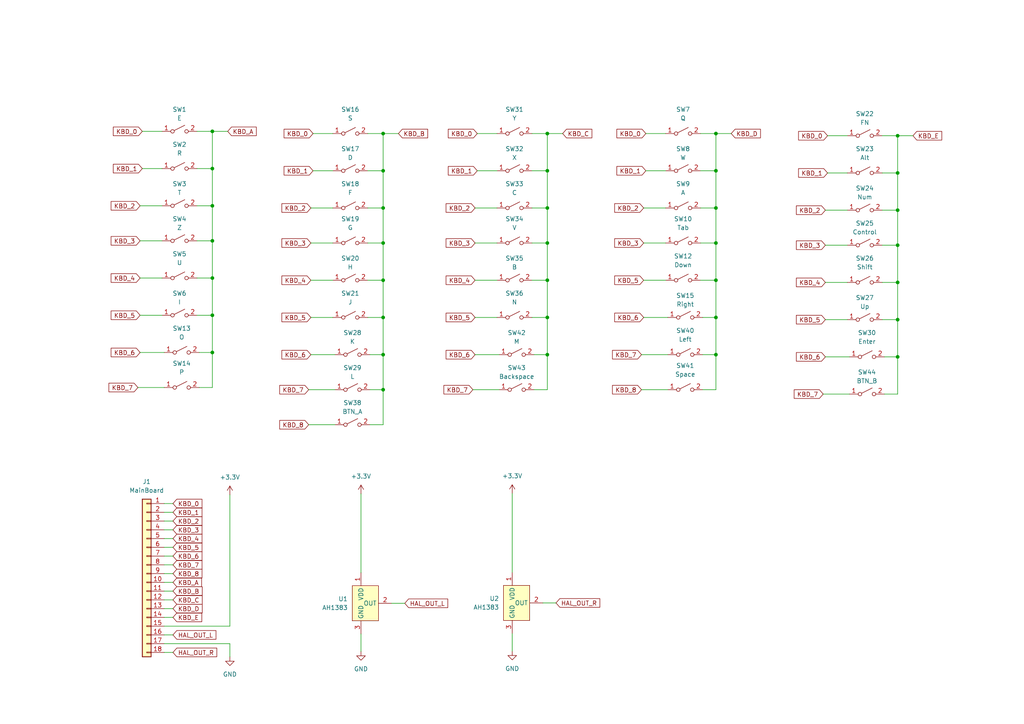
<source format=kicad_sch>
(kicad_sch (version 20211123) (generator eeschema)
  (paper "A4")
  (title_block (title "SDA Trie keyboard board"))
  (lib_symbols
    (symbol "Connector_Generic:Conn_01x18" (pin_names (offset 1.016) hide)
      (property "Reference" "J" (at 0 22.86 0))
      (property "Value" "Conn_01x18" (at 0 -25.4 0))
      (symbol "Conn_01x18_1_1"
        (rectangle (start -1.27 -22.733) (end 0 -22.987) (stroke (width 0.1524)))
        (rectangle (start -1.27 -20.193) (end 0 -20.447) (stroke (width 0.1524)))
        (rectangle (start -1.27 -17.653) (end 0 -17.907) (stroke (width 0.1524)))
        (rectangle (start -1.27 -15.113) (end 0 -15.367) (stroke (width 0.1524)))
        (rectangle (start -1.27 -12.573) (end 0 -12.827) (stroke (width 0.1524)))
        (rectangle (start -1.27 -10.033) (end 0 -10.287) (stroke (width 0.1524)))
        (rectangle (start -1.27 -7.493) (end 0 -7.747) (stroke (width 0.1524)))
        (rectangle (start -1.27 -4.953) (end 0 -5.207) (stroke (width 0.1524)))
        (rectangle (start -1.27 -2.413) (end 0 -2.667) (stroke (width 0.1524)))
        (rectangle (start -1.27 0.127) (end 0 -0.127) (stroke (width 0.1524)))
        (rectangle (start -1.27 2.667) (end 0 2.413) (stroke (width 0.1524)))
        (rectangle (start -1.27 5.207) (end 0 4.953) (stroke (width 0.1524)))
        (rectangle (start -1.27 7.747) (end 0 7.493) (stroke (width 0.1524)))
        (rectangle (start -1.27 10.287) (end 0 10.033) (stroke (width 0.1524)))
        (rectangle (start -1.27 12.827) (end 0 12.573) (stroke (width 0.1524)))
        (rectangle (start -1.27 15.367) (end 0 15.113) (stroke (width 0.1524)))
        (rectangle (start -1.27 17.907) (end 0 17.653) (stroke (width 0.1524)))
        (rectangle (start -1.27 20.447) (end 0 20.193) (stroke (width 0.1524)))
        (rectangle (start -1.27 21.59) (end 1.27 -24.13) (stroke (width 0.254)) (fill (type background)))
        (pin passive line (at -5.08 20.32 0) (length 3.81) (name "Pin_1") (number "1"))
        (pin passive line (at -5.08 -2.54 0) (length 3.81) (name "Pin_10") (number "10"))
        (pin passive line (at -5.08 -5.08 0) (length 3.81) (name "Pin_11") (number "11"))
        (pin passive line (at -5.08 -7.62 0) (length 3.81) (name "Pin_12") (number "12"))
        (pin passive line (at -5.08 -10.16 0) (length 3.81) (name "Pin_13") (number "13"))
        (pin passive line (at -5.08 -12.7 0) (length 3.81) (name "Pin_14") (number "14"))
        (pin passive line (at -5.08 -15.24 0) (length 3.81) (name "Pin_15") (number "15"))
        (pin passive line (at -5.08 -17.78 0) (length 3.81) (name "Pin_16") (number "16"))
        (pin passive line (at -5.08 -20.32 0) (length 3.81) (name "Pin_17") (number "17"))
        (pin passive line (at -5.08 -22.86 0) (length 3.81) (name "Pin_18") (number "18"))
        (pin passive line (at -5.08 17.78 0) (length 3.81) (name "Pin_2") (number "2"))
        (pin passive line (at -5.08 15.24 0) (length 3.81) (name "Pin_3") (number "3"))
        (pin passive line (at -5.08 12.7 0) (length 3.81) (name "Pin_4") (number "4"))
        (pin passive line (at -5.08 10.16 0) (length 3.81) (name "Pin_5") (number "5"))
        (pin passive line (at -5.08 7.62 0) (length 3.81) (name "Pin_6") (number "6"))
        (pin passive line (at -5.08 5.08 0) (length 3.81) (name "Pin_7") (number "7"))
        (pin passive line (at -5.08 2.54 0) (length 3.81) (name "Pin_8") (number "8"))
        (pin passive line (at -5.08 0 0) (length 3.81) (name "Pin_9") (number "9"))
      )
    )
    (symbol "Switch:SW_SPST" (pin_names (offset 0) hide)
      (property "Reference" "SW" (at 0 3.175 0))
      (property "Value" "SW_SPST" (at 0 -2.54 0))
      (symbol "SW_SPST_0_0"
        (circle (center -2.032 0) (radius 0.508))
        (polyline (pts (xy -1.524 0.254) (xy 1.524 1.778)))
        (circle (center 2.032 0) (radius 0.508))
      )
      (symbol "SW_SPST_1_1"
        (pin passive line (at -5.08 0 0) (length 2.54) (name "A") (number "1"))
        (pin passive line (at 5.08 0 180) (length 2.54) (name "B") (number "2"))
      )
    )
    (symbol "power:+3.3V" (power) (pin_names (offset 0))
      (property "Value" "+3.3V" (at 0 3.556 0))
      (symbol "+3.3V_0_1"
        (polyline (pts (xy -0.762 1.27) (xy 0 2.54)))
        (polyline (pts (xy 0 0) (xy 0 2.54)))
        (polyline (pts (xy 0 2.54) (xy 0.762 1.27)))
      )
      (symbol "+3.3V_1_1"
        (pin power_in line (at 0 0 90) (length 0) hide (name "+3.3V") (number "1"))
      )
    )
    (symbol "power:GND" (power) (pin_names (offset 0))
      (property "Value" "GND" (at 0 -3.81 0))
      (symbol "GND_0_1"
        (polyline (pts (xy 0 0) (xy 0 -1.27) (xy 1.27 -1.27) (xy 0 -2.54) (xy -1.27 -1.27) (xy 0 -1.27)))
      )
      (symbol "GND_1_1"
        (pin power_in line (at 0 0 270) (length 0) hide (name "GND") (number "1"))
      )
    )
    (symbol "sda-custom-parts:AH1383"
      (property "Reference" "U" (at 2.54 8.89 0))
      (property "Value" "AH1383" (at 5.08 6.35 0))
      (symbol "AH1383_0_1"
        (rectangle (start -2.54 5.08) (end 5.08 -5.08) (fill (type background)))
      )
      (symbol "AH1383_1_1"
        (pin power_in line (at 0 8.89 270) (length 3.81) (name "VDD") (number "1"))
        (pin output line (at 8.89 0 180) (length 3.81) (name "OUT") (number "2"))
        (pin power_in line (at 0 -8.89 90) (length 3.81) (name "GND") (number "3"))
      )
    )
  )
  (junction (at 260.35 92.71))
  (junction (at 260.35 81.915))
  (junction (at 207.645 81.28))
  (junction (at 158.75 38.735))
  (junction (at 158.75 81.28))
  (junction (at 111.125 102.87))
  (junction (at 61.595 59.69))
  (junction (at 260.35 60.96))
  (junction (at 61.595 38.1))
  (junction (at 61.595 48.895))
  (junction (at 111.125 70.485))
  (junction (at 111.125 92.075))
  (junction (at 260.35 50.165))
  (junction (at 158.75 102.87))
  (junction (at 207.645 49.53))
  (junction (at 158.75 70.485))
  (junction (at 207.645 70.485))
  (junction (at 61.595 80.645))
  (junction (at 260.35 71.12))
  (junction (at 207.645 38.735))
  (junction (at 61.595 69.85))
  (junction (at 61.595 102.235))
  (junction (at 111.125 38.735))
  (junction (at 111.125 49.53))
  (junction (at 260.35 103.505))
  (junction (at 158.75 49.53))
  (junction (at 111.125 60.325))
  (junction (at 260.35 39.37))
  (junction (at 158.75 92.075))
  (junction (at 111.125 81.28))
  (junction (at 207.645 92.075))
  (junction (at 158.75 60.325))
  (junction (at 61.595 91.44))
  (junction (at 111.125 113.03))
  (junction (at 207.645 60.325))
  (junction (at 207.645 102.87))
  (wire (pts (xy 90.17 81.28) (xy 96.52 81.28)))
  (wire (pts (xy 260.35 103.505) (xy 260.35 114.3)))
  (wire (pts (xy 186.69 60.325) (xy 193.04 60.325)))
  (wire (pts (xy 239.395 60.96) (xy 245.745 60.96)))
  (wire (pts (xy 90.805 49.53) (xy 96.52 49.53)))
  (wire (pts (xy 47.625 189.23) (xy 50.165 189.23)))
  (wire (pts (xy 260.35 92.71) (xy 260.35 103.505)))
  (wire (pts (xy 57.785 102.235) (xy 61.595 102.235)))
  (wire (pts (xy 158.75 102.87) (xy 158.75 113.03)))
  (wire (pts (xy 255.905 60.96) (xy 260.35 60.96)))
  (wire (pts (xy 203.835 113.03) (xy 207.645 113.03)))
  (wire (pts (xy 111.125 113.03) (xy 111.125 123.19)))
  (wire (pts (xy 154.94 102.87) (xy 158.75 102.87)))
  (wire (pts (xy 90.17 70.485) (xy 96.52 70.485)))
  (wire (pts (xy 57.15 80.645) (xy 61.595 80.645)))
  (wire (pts (xy 255.905 71.12) (xy 260.35 71.12)))
  (wire (pts (xy 90.805 38.735) (xy 96.52 38.735)))
  (wire (pts (xy 260.35 92.71) (xy 260.35 81.915)))
  (wire (pts (xy 207.645 81.28) (xy 207.645 92.075)))
  (wire (pts (xy 260.35 39.37) (xy 264.795 39.37)))
  (wire (pts (xy 57.15 69.85) (xy 61.595 69.85)))
  (wire (pts (xy 207.645 70.485) (xy 207.645 60.325)))
  (wire (pts (xy 207.645 60.325) (xy 207.645 49.53)))
  (wire (pts (xy 158.75 92.075) (xy 158.75 102.87)))
  (wire (pts (xy 154.305 49.53) (xy 158.75 49.53)))
  (wire (pts (xy 186.69 81.28) (xy 193.04 81.28)))
  (wire (pts (xy 66.675 181.61) (xy 66.675 143.51)))
  (wire (pts (xy 90.17 102.87) (xy 97.155 102.87)))
  (wire (pts (xy 207.645 70.485) (xy 207.645 81.28)))
  (wire (pts (xy 47.625 179.07) (xy 50.165 179.07)))
  (wire (pts (xy 154.305 81.28) (xy 158.75 81.28)))
  (wire (pts (xy 238.76 114.3) (xy 246.38 114.3)))
  (wire (pts (xy 158.75 92.075) (xy 158.75 81.28)))
  (wire (pts (xy 255.905 50.165) (xy 260.35 50.165)))
  (wire (pts (xy 111.125 60.325) (xy 111.125 49.53)))
  (wire (pts (xy 137.795 70.485) (xy 144.145 70.485)))
  (wire (pts (xy 186.055 113.03) (xy 193.675 113.03)))
  (wire (pts (xy 203.2 49.53) (xy 207.645 49.53)))
  (wire (pts (xy 40.64 59.69) (xy 46.99 59.69)))
  (wire (pts (xy 61.595 91.44) (xy 61.595 102.235)))
  (wire (pts (xy 186.69 70.485) (xy 193.04 70.485)))
  (wire (pts (xy 50.165 148.59) (xy 47.625 148.59)))
  (wire (pts (xy 47.625 168.91) (xy 50.165 168.91)))
  (wire (pts (xy 50.165 156.21) (xy 47.625 156.21)))
  (wire (pts (xy 186.055 102.87) (xy 193.675 102.87)))
  (wire (pts (xy 61.595 102.235) (xy 61.595 112.395)))
  (wire (pts (xy 107.315 123.19) (xy 111.125 123.19)))
  (wire (pts (xy 106.68 38.735) (xy 111.125 38.735)))
  (wire (pts (xy 240.03 50.165) (xy 245.745 50.165)))
  (wire (pts (xy 40.64 91.44) (xy 46.99 91.44)))
  (wire (pts (xy 187.325 49.53) (xy 193.04 49.53)))
  (wire (pts (xy 111.125 70.485) (xy 111.125 60.325)))
  (wire (pts (xy 260.35 71.12) (xy 260.35 60.96)))
  (wire (pts (xy 111.125 92.075) (xy 111.125 81.28)))
  (wire (pts (xy 47.625 184.15) (xy 50.165 184.15)))
  (wire (pts (xy 107.315 102.87) (xy 111.125 102.87)))
  (wire (pts (xy 57.785 112.395) (xy 61.595 112.395)))
  (wire (pts (xy 137.795 81.28) (xy 144.145 81.28)))
  (wire (pts (xy 154.305 92.075) (xy 158.75 92.075)))
  (wire (pts (xy 61.595 80.645) (xy 61.595 69.85)))
  (wire (pts (xy 111.125 81.28) (xy 111.125 70.485)))
  (wire (pts (xy 239.395 71.12) (xy 245.745 71.12)))
  (wire (pts (xy 154.305 60.325) (xy 158.75 60.325)))
  (wire (pts (xy 137.795 60.325) (xy 144.145 60.325)))
  (wire (pts (xy 61.595 59.69) (xy 61.595 48.895)))
  (wire (pts (xy 137.795 92.075) (xy 144.145 92.075)))
  (wire (pts (xy 239.395 103.505) (xy 246.38 103.505)))
  (wire (pts (xy 203.835 92.075) (xy 207.645 92.075)))
  (wire (pts (xy 50.165 161.29) (xy 47.625 161.29)))
  (wire (pts (xy 154.305 38.735) (xy 158.75 38.735)))
  (wire (pts (xy 40.64 69.85) (xy 46.99 69.85)))
  (wire (pts (xy 203.2 70.485) (xy 207.645 70.485)))
  (wire (pts (xy 57.15 48.895) (xy 61.595 48.895)))
  (wire (pts (xy 61.595 48.895) (xy 61.595 38.1)))
  (wire (pts (xy 157.4546 174.879) (xy 161.2646 174.879)))
  (wire (pts (xy 40.64 102.235) (xy 47.625 102.235)))
  (wire (pts (xy 106.68 60.325) (xy 111.125 60.325)))
  (wire (pts (xy 47.625 166.37) (xy 50.165 166.37)))
  (wire (pts (xy 90.17 92.075) (xy 96.52 92.075)))
  (wire (pts (xy 207.645 102.87) (xy 207.645 113.03)))
  (wire (pts (xy 256.54 103.505) (xy 260.35 103.505)))
  (wire (pts (xy 111.125 92.075) (xy 111.125 102.87)))
  (wire (pts (xy 57.15 91.44) (xy 61.595 91.44)))
  (wire (pts (xy 138.43 49.53) (xy 144.145 49.53)))
  (wire (pts (xy 104.6988 183.8706) (xy 104.6988 188.9506)))
  (wire (pts (xy 203.835 102.87) (xy 207.645 102.87)))
  (wire (pts (xy 260.35 81.915) (xy 260.35 71.12)))
  (wire (pts (xy 41.275 48.895) (xy 46.99 48.895)))
  (wire (pts (xy 50.165 153.67) (xy 47.625 153.67)))
  (wire (pts (xy 255.905 81.915) (xy 260.35 81.915)))
  (wire (pts (xy 158.75 70.485) (xy 158.75 60.325)))
  (wire (pts (xy 158.75 81.28) (xy 158.75 70.485)))
  (wire (pts (xy 154.94 113.03) (xy 158.75 113.03)))
  (wire (pts (xy 203.2 81.28) (xy 207.645 81.28)))
  (wire (pts (xy 47.625 186.69) (xy 66.675 186.69)))
  (wire (pts (xy 89.535 123.19) (xy 97.155 123.19)))
  (wire (pts (xy 61.595 38.1) (xy 66.04 38.1)))
  (wire (pts (xy 203.2 60.325) (xy 207.645 60.325)))
  (wire (pts (xy 47.625 173.99) (xy 50.165 173.99)))
  (wire (pts (xy 47.625 171.45) (xy 50.165 171.45)))
  (wire (pts (xy 137.795 102.87) (xy 144.78 102.87)))
  (wire (pts (xy 239.395 81.915) (xy 245.745 81.915)))
  (wire (pts (xy 47.625 181.61) (xy 66.675 181.61)))
  (wire (pts (xy 40.64 80.645) (xy 46.99 80.645)))
  (wire (pts (xy 40.005 112.395) (xy 47.625 112.395)))
  (wire (pts (xy 47.625 176.53) (xy 50.165 176.53)))
  (wire (pts (xy 148.5646 143.129) (xy 148.5646 165.989)))
  (wire (pts (xy 255.905 39.37) (xy 260.35 39.37)))
  (wire (pts (xy 111.125 49.53) (xy 111.125 38.735)))
  (wire (pts (xy 41.275 38.1) (xy 46.99 38.1)))
  (wire (pts (xy 61.595 69.85) (xy 61.595 59.69)))
  (wire (pts (xy 111.125 38.735) (xy 115.57 38.735)))
  (wire (pts (xy 137.16 113.03) (xy 144.78 113.03)))
  (wire (pts (xy 186.69 92.075) (xy 193.675 92.075)))
  (wire (pts (xy 57.15 59.69) (xy 61.595 59.69)))
  (wire (pts (xy 187.325 38.735) (xy 193.04 38.735)))
  (wire (pts (xy 113.5888 174.9806) (xy 117.3988 174.9806)))
  (wire (pts (xy 61.595 91.44) (xy 61.595 80.645)))
  (wire (pts (xy 158.75 60.325) (xy 158.75 49.53)))
  (wire (pts (xy 255.905 92.71) (xy 260.35 92.71)))
  (wire (pts (xy 256.54 114.3) (xy 260.35 114.3)))
  (wire (pts (xy 106.68 92.075) (xy 111.125 92.075)))
  (wire (pts (xy 148.5646 183.769) (xy 148.5646 188.849)))
  (wire (pts (xy 207.645 92.075) (xy 207.645 102.87)))
  (wire (pts (xy 260.35 60.96) (xy 260.35 50.165)))
  (wire (pts (xy 50.165 146.05) (xy 47.625 146.05)))
  (wire (pts (xy 111.125 102.87) (xy 111.125 113.03)))
  (wire (pts (xy 90.17 60.325) (xy 96.52 60.325)))
  (wire (pts (xy 158.75 49.53) (xy 158.75 38.735)))
  (wire (pts (xy 138.43 38.735) (xy 144.145 38.735)))
  (wire (pts (xy 203.2 38.735) (xy 207.645 38.735)))
  (wire (pts (xy 158.75 38.735) (xy 163.195 38.735)))
  (wire (pts (xy 106.68 70.485) (xy 111.125 70.485)))
  (wire (pts (xy 154.305 70.485) (xy 158.75 70.485)))
  (wire (pts (xy 240.03 39.37) (xy 245.745 39.37)))
  (wire (pts (xy 104.6988 143.2306) (xy 104.6988 166.0906)))
  (wire (pts (xy 50.165 151.13) (xy 47.625 151.13)))
  (wire (pts (xy 207.645 38.735) (xy 212.09 38.735)))
  (wire (pts (xy 66.675 186.69) (xy 66.675 190.5)))
  (wire (pts (xy 239.395 92.71) (xy 245.745 92.71)))
  (wire (pts (xy 89.535 113.03) (xy 97.155 113.03)))
  (wire (pts (xy 107.315 113.03) (xy 111.125 113.03)))
  (wire (pts (xy 260.35 50.165) (xy 260.35 39.37)))
  (wire (pts (xy 207.645 49.53) (xy 207.645 38.735)))
  (wire (pts (xy 50.165 158.75) (xy 47.625 158.75)))
  (wire (pts (xy 50.165 163.83) (xy 47.625 163.83)))
  (wire (pts (xy 106.68 81.28) (xy 111.125 81.28)))
  (wire (pts (xy 106.68 49.53) (xy 111.125 49.53)))
  (wire (pts (xy 57.15 38.1) (xy 61.595 38.1)))
  (global_label "KBD_7" (shape input) (at 186.055 102.87 180) (property "Reference mezi listy" "${INTERSHEET_REFS}" (effects hide)))
  (global_label "KBD_6" (shape input) (at 40.64 102.235 180) (property "Reference mezi listy" "${INTERSHEET_REFS}" (effects hide)))
  (global_label "KBD_8" (shape input) (at 186.055 113.03 180) (property "Reference mezi listy" "${INTERSHEET_REFS}" (effects hide)))
  (global_label "HAL_OUT_L" (shape input) (at 117.3988 174.9806 0) (property "Reference mezi listy" "${INTERSHEET_REFS}" (effects hide)))
  (global_label "KBD_2" (shape input) (at 40.64 59.69 180) (property "Reference mezi listy" "${INTERSHEET_REFS}" (effects hide)))
  (global_label "KBD_6" (shape input) (at 90.17 102.87 180) (property "Reference mezi listy" "${INTERSHEET_REFS}" (effects hide)))
  (global_label "KBD_7" (shape input) (at 50.165 163.83 0) (property "Reference mezi listy" "${INTERSHEET_REFS}" (effects hide)))
  (global_label "KBD_8" (shape input) (at 89.535 123.19 180) (property "Reference mezi listy" "${INTERSHEET_REFS}" (effects hide)))
  (global_label "KBD_E" (shape input) (at 50.165 179.07 0) (property "Reference mezi listy" "${INTERSHEET_REFS}" (effects hide)))
  (global_label "KBD_5" (shape input) (at 239.395 92.71 180) (property "Reference mezi listy" "${INTERSHEET_REFS}" (effects hide)))
  (global_label "KBD_A" (shape input) (at 50.165 168.91 0) (property "Reference mezi listy" "${INTERSHEET_REFS}" (effects hide)))
  (global_label "KBD_1" (shape input) (at 50.165 148.59 0) (property "Reference mezi listy" "${INTERSHEET_REFS}" (effects hide)))
  (global_label "KBD_0" (shape input) (at 187.325 38.735 180) (property "Reference mezi listy" "${INTERSHEET_REFS}" (effects hide)))
  (global_label "KBD_5" (shape input) (at 90.17 92.075 180) (property "Reference mezi listy" "${INTERSHEET_REFS}" (effects hide)))
  (global_label "KBD_5" (shape input) (at 50.165 158.75 0) (property "Reference mezi listy" "${INTERSHEET_REFS}" (effects hide)))
  (global_label "KBD_2" (shape input) (at 239.395 60.96 180) (property "Reference mezi listy" "${INTERSHEET_REFS}" (effects hide)))
  (global_label "KBD_4" (shape input) (at 90.17 81.28 180) (property "Reference mezi listy" "${INTERSHEET_REFS}" (effects hide)))
  (global_label "KBD_6" (shape input) (at 186.69 92.075 180) (property "Reference mezi listy" "${INTERSHEET_REFS}" (effects hide)))
  (global_label "KBD_7" (shape input) (at 137.16 113.03 180) (property "Reference mezi listy" "${INTERSHEET_REFS}" (effects hide)))
  (global_label "KBD_6" (shape input) (at 137.795 102.87 180) (property "Reference mezi listy" "${INTERSHEET_REFS}" (effects hide)))
  (global_label "KBD_A" (shape input) (at 66.04 38.1 0) (property "Reference mezi listy" "${INTERSHEET_REFS}" (effects hide)))
  (global_label "KBD_6" (shape input) (at 239.395 103.505 180) (property "Reference mezi listy" "${INTERSHEET_REFS}" (effects hide)))
  (global_label "KBD_8" (shape input) (at 50.165 166.37 0) (property "Reference mezi listy" "${INTERSHEET_REFS}" (effects hide)))
  (global_label "KBD_1" (shape input) (at 138.43 49.53 180) (property "Reference mezi listy" "${INTERSHEET_REFS}" (effects hide)))
  (global_label "KBD_1" (shape input) (at 90.805 49.53 180) (property "Reference mezi listy" "${INTERSHEET_REFS}" (effects hide)))
  (global_label "KBD_1" (shape input) (at 41.275 48.895 180) (property "Reference mezi listy" "${INTERSHEET_REFS}" (effects hide)))
  (global_label "KBD_B" (shape input) (at 115.57 38.735 0) (property "Reference mezi listy" "${INTERSHEET_REFS}" (effects hide)))
  (global_label "HAL_OUT_L" (shape input) (at 50.165 184.15 0) (property "Reference mezi listy" "${INTERSHEET_REFS}" (effects hide)))
  (global_label "KBD_6" (shape input) (at 50.165 161.29 0) (property "Reference mezi listy" "${INTERSHEET_REFS}" (effects hide)))
  (global_label "KBD_C" (shape input) (at 163.195 38.735 0) (property "Reference mezi listy" "${INTERSHEET_REFS}" (effects hide)))
  (global_label "KBD_2" (shape input) (at 186.69 60.325 180) (property "Reference mezi listy" "${INTERSHEET_REFS}" (effects hide)))
  (global_label "KBD_7" (shape input) (at 40.005 112.395 180) (property "Reference mezi listy" "${INTERSHEET_REFS}" (effects hide)))
  (global_label "KBD_0" (shape input) (at 240.03 39.37 180) (property "Reference mezi listy" "${INTERSHEET_REFS}" (effects hide)))
  (global_label "KBD_7" (shape input) (at 238.76 114.3 180) (property "Reference mezi listy" "${INTERSHEET_REFS}" (effects hide)))
  (global_label "KBD_2" (shape input) (at 50.165 151.13 0) (property "Reference mezi listy" "${INTERSHEET_REFS}" (effects hide)))
  (global_label "KBD_C" (shape input) (at 50.165 173.99 0) (property "Reference mezi listy" "${INTERSHEET_REFS}" (effects hide)))
  (global_label "KBD_B" (shape input) (at 50.165 171.45 0) (property "Reference mezi listy" "${INTERSHEET_REFS}" (effects hide)))
  (global_label "KBD_1" (shape input) (at 187.325 49.53 180) (property "Reference mezi listy" "${INTERSHEET_REFS}" (effects hide)))
  (global_label "KBD_3" (shape input) (at 50.165 153.67 0) (property "Reference mezi listy" "${INTERSHEET_REFS}" (effects hide)))
  (global_label "KBD_3" (shape input) (at 137.795 70.485 180) (property "Reference mezi listy" "${INTERSHEET_REFS}" (effects hide)))
  (global_label "KBD_4" (shape input) (at 239.395 81.915 180) (property "Reference mezi listy" "${INTERSHEET_REFS}" (effects hide)))
  (global_label "KBD_4" (shape input) (at 40.64 80.645 180) (property "Reference mezi listy" "${INTERSHEET_REFS}" (effects hide)))
  (global_label "KBD_D" (shape input) (at 212.09 38.735 0) (property "Reference mezi listy" "${INTERSHEET_REFS}" (effects hide)))
  (global_label "KBD_7" (shape input) (at 89.535 113.03 180) (property "Reference mezi listy" "${INTERSHEET_REFS}" (effects hide)))
  (global_label "KBD_4" (shape input) (at 50.165 156.21 0) (property "Reference mezi listy" "${INTERSHEET_REFS}" (effects hide)))
  (global_label "KBD_4" (shape input) (at 137.795 81.28 180) (property "Reference mezi listy" "${INTERSHEET_REFS}" (effects hide)))
  (global_label "KBD_0" (shape input) (at 90.805 38.735 180) (property "Reference mezi listy" "${INTERSHEET_REFS}" (effects hide)))
  (global_label "KBD_2" (shape input) (at 90.17 60.325 180) (property "Reference mezi listy" "${INTERSHEET_REFS}" (effects hide)))
  (global_label "KBD_0" (shape input) (at 50.165 146.05 0) (property "Reference mezi listy" "${INTERSHEET_REFS}" (effects hide)))
  (global_label "KBD_1" (shape input) (at 240.03 50.165 180) (property "Reference mezi listy" "${INTERSHEET_REFS}" (effects hide)))
  (global_label "KBD_0" (shape input) (at 138.43 38.735 180) (property "Reference mezi listy" "${INTERSHEET_REFS}" (effects hide)))
  (global_label "KBD_0" (shape input) (at 41.275 38.1 180) (property "Reference mezi listy" "${INTERSHEET_REFS}" (effects hide)))
  (global_label "KBD_5" (shape input) (at 40.64 91.44 180) (property "Reference mezi listy" "${INTERSHEET_REFS}" (effects hide)))
  (global_label "KBD_3" (shape input) (at 239.395 71.12 180) (property "Reference mezi listy" "${INTERSHEET_REFS}" (effects hide)))
  (global_label "KBD_5" (shape input) (at 186.69 81.28 180) (property "Reference mezi listy" "${INTERSHEET_REFS}" (effects hide)))
  (global_label "KBD_E" (shape input) (at 264.795 39.37 0) (property "Reference mezi listy" "${INTERSHEET_REFS}" (effects hide)))
  (global_label "KBD_3" (shape input) (at 186.69 70.485 180) (property "Reference mezi listy" "${INTERSHEET_REFS}" (effects hide)))
  (global_label "KBD_3" (shape input) (at 90.17 70.485 180) (property "Reference mezi listy" "${INTERSHEET_REFS}" (effects hide)))
  (global_label "KBD_D" (shape input) (at 50.165 176.53 0) (property "Reference mezi listy" "${INTERSHEET_REFS}" (effects hide)))
  (global_label "KBD_2" (shape input) (at 137.795 60.325 180) (property "Reference mezi listy" "${INTERSHEET_REFS}" (effects hide)))
  (global_label "KBD_3" (shape input) (at 40.64 69.85 180) (property "Reference mezi listy" "${INTERSHEET_REFS}" (effects hide)))
  (global_label "HAL_OUT_R" (shape input) (at 161.2646 174.879 0) (property "Reference mezi listy" "${INTERSHEET_REFS}" (effects hide)))
  (global_label "KBD_5" (shape input) (at 137.795 92.075 180) (property "Reference mezi listy" "${INTERSHEET_REFS}" (effects hide)))
  (global_label "HAL_OUT_R" (shape input) (at 50.165 189.23 0) (property "Reference mezi listy" "${INTERSHEET_REFS}" (effects hide)))
  (symbol (lib_id "sda-custom-parts:AH1383") (at 148.5646 174.879 0) (unit 1)
    (property "Reference" "U2" (at 144.7546 173.6089 0) (effects (justify right)))
    (property "Value" "AH1383" (at 144.7546 176.1489 0) (effects (justify right)))
    (property "Footprint" "Package_TO_SOT_SMD:SOT-23" (effects hide))
  )
  (symbol (lib_id "Switch:SW_SPST") (at 250.825 81.915 0) (unit 1)
    (property "Reference" "SW26" (at 250.825 74.93 0))
    (property "Value" "Shift" (at 250.825 77.47 0))
    (property "Footprint" "sda-tact:TACT_4MM" (effects hide))
  )
  (symbol (lib_id "Switch:SW_SPST") (at 198.12 70.485 0) (unit 1)
    (property "Reference" "SW10" (at 198.12 63.5 0))
    (property "Value" "Tab" (at 198.12 66.04 0))
    (property "Footprint" "sda-tact:TACT_4MM" (effects hide))
  )
  (symbol (lib_id "Switch:SW_SPST") (at 198.755 92.075 0) (unit 1)
    (property "Reference" "SW15" (at 198.755 85.725 0))
    (property "Value" "Right" (at 198.755 88.265 0))
    (property "Footprint" "sda-tact:TACT_4MM" (effects hide))
  )
  (symbol (lib_id "Switch:SW_SPST") (at 52.705 102.235 0) (unit 1)
    (property "Reference" "SW13" (at 52.705 95.25 0))
    (property "Value" "O" (at 52.705 97.79 0))
    (property "Footprint" "sda-tact:TACT_4MM" (effects hide))
  )
  (symbol (lib_id "Switch:SW_SPST") (at 101.6 70.485 0) (unit 1)
    (property "Reference" "SW19" (at 101.6 63.5 0))
    (property "Value" "G" (at 101.6 66.04 0))
    (property "Footprint" "sda-tact:TACT_4MM" (effects hide))
  )
  (symbol (lib_id "Switch:SW_SPST") (at 102.235 113.03 0) (unit 1)
    (property "Reference" "SW29" (at 102.235 106.68 0))
    (property "Value" "L" (at 102.235 109.22 0))
    (property "Footprint" "sda-tact:TACT_4MM" (effects hide))
  )
  (symbol (lib_id "Switch:SW_SPST") (at 250.825 60.96 0) (unit 1)
    (property "Reference" "SW24" (at 250.825 54.61 0))
    (property "Value" "Num" (at 250.825 57.15 0))
    (property "Footprint" "sda-tact:TACT_4MM" (effects hide))
  )
  (symbol (lib_id "Switch:SW_SPST") (at 149.225 92.075 0) (unit 1)
    (property "Reference" "SW36" (at 149.225 85.09 0))
    (property "Value" "N" (at 149.225 87.63 0))
    (property "Footprint" "sda-tact:TACT_4MM" (effects hide))
  )
  (symbol (lib_id "Switch:SW_SPST") (at 149.225 38.735 0) (unit 1)
    (property "Reference" "SW31" (at 149.225 31.75 0))
    (property "Value" "Y" (at 149.225 34.29 0))
    (property "Footprint" "sda-tact:TACT_4MM" (effects hide))
  )
  (symbol (lib_id "Switch:SW_SPST") (at 251.46 103.505 0) (unit 1)
    (property "Reference" "SW30" (at 251.46 96.52 0))
    (property "Value" "Enter" (at 251.46 99.06 0))
    (property "Footprint" "sda-tact:TACT_4MM" (effects hide))
  )
  (symbol (lib_id "Switch:SW_SPST") (at 102.235 123.19 0) (unit 1)
    (property "Reference" "SW38" (at 102.235 116.84 0))
    (property "Value" "BTN_A" (at 102.235 119.38 0))
    (property "Footprint" "sda-tact:TACT_4MM" (effects hide))
  )
  (symbol (lib_id "Switch:SW_SPST") (at 52.705 112.395 0) (unit 1)
    (property "Reference" "SW14" (at 52.705 105.41 0))
    (property "Value" "P" (at 52.705 107.95 0))
    (property "Footprint" "sda-tact:TACT_4MM" (effects hide))
  )
  (symbol (lib_id "Switch:SW_SPST") (at 198.755 102.87 0) (unit 1)
    (property "Reference" "SW40" (at 198.755 95.885 0))
    (property "Value" "Left" (at 198.755 98.425 0))
    (property "Footprint" "sda-tact:TACT_4MM" (effects hide))
  )
  (symbol (lib_id "Switch:SW_SPST") (at 149.225 49.53 0) (unit 1)
    (property "Reference" "SW32" (at 149.225 43.18 0))
    (property "Value" "X" (at 149.225 45.72 0))
    (property "Footprint" "sda-tact:TACT_4MM" (effects hide))
  )
  (symbol (lib_id "Switch:SW_SPST") (at 102.235 102.87 0) (unit 1)
    (property "Reference" "SW28" (at 102.235 96.52 0))
    (property "Value" "K" (at 102.235 99.06 0))
    (property "Footprint" "sda-tact:TACT_4MM" (effects hide))
  )
  (symbol (lib_id "Switch:SW_SPST") (at 52.07 69.85 0) (unit 1)
    (property "Reference" "SW4" (at 52.07 63.5 0))
    (property "Value" "Z" (at 52.07 66.04 0))
    (property "Footprint" "sda-tact:TACT_4MM" (effects hide))
  )
  (symbol (lib_id "Switch:SW_SPST") (at 198.12 49.53 0) (unit 1)
    (property "Reference" "SW8" (at 198.12 43.18 0))
    (property "Value" "W" (at 198.12 45.72 0))
    (property "Footprint" "sda-tact:TACT_4MM" (effects hide))
  )
  (symbol (lib_id "power:+3.3V") (at 104.6988 143.2306 0) (unit 1)
    (property "Reference" "#PWR03" (effects hide))
    (property "Value" "+3.3V" (at 104.6988 138.1506 0))
  )
  (symbol (lib_id "Switch:SW_SPST") (at 149.225 70.485 0) (unit 1)
    (property "Reference" "SW34" (at 149.225 63.5 0))
    (property "Value" "V" (at 149.225 66.04 0))
    (property "Footprint" "sda-tact:TACT_4MM" (effects hide))
  )
  (symbol (lib_id "Switch:SW_SPST") (at 250.825 92.71 0) (unit 1)
    (property "Reference" "SW27" (at 250.825 86.36 0))
    (property "Value" "Up" (at 250.825 88.9 0))
    (property "Footprint" "sda-tact:TACT_4MM" (effects hide))
  )
  (symbol (lib_id "power:GND") (at 66.675 190.5 0) (unit 1)
    (property "Reference" "#PWR02" (effects hide))
    (property "Value" "GND" (at 66.675 195.58 0))
  )
  (symbol (lib_id "power:+3.3V") (at 148.5646 143.129 0) (unit 1)
    (property "Reference" "#PWR05" (effects hide))
    (property "Value" "+3.3V" (at 148.5646 138.049 0))
  )
  (symbol (lib_id "Switch:SW_SPST") (at 101.6 92.075 0) (unit 1)
    (property "Reference" "SW21" (at 101.6 85.09 0))
    (property "Value" "J" (at 101.6 87.63 0))
    (property "Footprint" "sda-tact:TACT_4MM" (effects hide))
  )
  (symbol (lib_id "Switch:SW_SPST") (at 251.46 114.3 0) (unit 1)
    (property "Reference" "SW44" (at 251.46 107.95 0))
    (property "Value" "BTN_B" (at 251.46 110.49 0))
    (property "Footprint" "sda-tact:TACT_4MM" (effects hide))
  )
  (symbol (lib_id "Switch:SW_SPST") (at 52.07 91.44 0) (unit 1)
    (property "Reference" "SW6" (at 52.07 85.09 0))
    (property "Value" "I" (at 52.07 87.63 0))
    (property "Footprint" "sda-tact:TACT_4MM" (effects hide))
  )
  (symbol (lib_id "Switch:SW_SPST") (at 149.225 81.28 0) (unit 1)
    (property "Reference" "SW35" (at 149.225 74.93 0))
    (property "Value" "B" (at 149.225 77.47 0))
    (property "Footprint" "sda-tact:TACT_4MM" (effects hide))
  )
  (symbol (lib_id "Switch:SW_SPST") (at 52.07 80.645 0) (unit 1)
    (property "Reference" "SW5" (at 52.07 73.66 0))
    (property "Value" "U" (at 52.07 76.2 0))
    (property "Footprint" "sda-tact:TACT_4MM" (effects hide))
  )
  (symbol (lib_id "Switch:SW_SPST") (at 149.225 60.325 0) (unit 1)
    (property "Reference" "SW33" (at 149.225 53.34 0))
    (property "Value" "C" (at 149.225 55.88 0))
    (property "Footprint" "sda-tact:TACT_4MM" (effects hide))
  )
  (symbol (lib_id "Switch:SW_SPST") (at 101.6 49.53 0) (unit 1)
    (property "Reference" "SW17" (at 101.6 43.18 0))
    (property "Value" "D" (at 101.6 45.72 0))
    (property "Footprint" "sda-tact:TACT_4MM" (effects hide))
  )
  (symbol (lib_id "power:GND") (at 148.5646 188.849 0) (unit 1)
    (property "Reference" "#PWR06" (effects hide))
    (property "Value" "GND" (at 148.5646 193.929 0))
  )
  (symbol (lib_id "Switch:SW_SPST") (at 52.07 59.69 0) (unit 1)
    (property "Reference" "SW3" (at 52.07 53.34 0))
    (property "Value" "T" (at 52.07 55.88 0))
    (property "Footprint" "sda-tact:TACT_4MM" (effects hide))
  )
  (symbol (lib_id "Switch:SW_SPST") (at 250.825 50.165 0) (unit 1)
    (property "Reference" "SW23" (at 250.825 43.18 0))
    (property "Value" "Alt" (at 250.825 45.72 0))
    (property "Footprint" "sda-tact:TACT_4MM" (effects hide))
  )
  (symbol (lib_id "Switch:SW_SPST") (at 250.825 39.37 0) (unit 1)
    (property "Reference" "SW22" (at 250.825 33.02 0))
    (property "Value" "FN" (at 250.825 35.56 0))
    (property "Footprint" "sda-tact:TACT_4MM" (effects hide))
  )
  (symbol (lib_id "Switch:SW_SPST") (at 149.86 113.03 0) (unit 1)
    (property "Reference" "SW43" (at 149.86 106.68 0))
    (property "Value" "Backspace" (at 149.86 109.22 0))
    (property "Footprint" "sda-tact:TACT_4MM" (effects hide))
  )
  (symbol (lib_id "Switch:SW_SPST") (at 52.07 38.1 0) (unit 1)
    (property "Reference" "SW1" (at 52.07 31.75 0))
    (property "Value" "E" (at 52.07 34.29 0))
    (property "Footprint" "sda-tact:TACT_4MM" (effects hide))
  )
  (symbol (lib_id "Switch:SW_SPST") (at 149.86 102.87 0) (unit 1)
    (property "Reference" "SW42" (at 149.86 96.52 0))
    (property "Value" "M" (at 149.86 99.06 0))
    (property "Footprint" "sda-tact:TACT_4MM" (effects hide))
  )
  (symbol (lib_id "power:GND") (at 104.6988 188.9506 0) (unit 1)
    (property "Reference" "#PWR04" (effects hide))
    (property "Value" "GND" (at 104.6988 194.0306 0))
  )
  (symbol (lib_id "Switch:SW_SPST") (at 198.12 38.735 0) (unit 1)
    (property "Reference" "SW7" (at 198.12 31.75 0))
    (property "Value" "Q" (at 198.12 34.29 0))
    (property "Footprint" "sda-tact:TACT_4MM" (effects hide))
  )
  (symbol (lib_id "power:+3.3V") (at 66.675 143.51 0) (unit 1)
    (property "Reference" "#PWR01" (effects hide))
    (property "Value" "+3.3V" (at 66.675 138.43 0))
  )
  (symbol (lib_id "Switch:SW_SPST") (at 101.6 81.28 0) (unit 1)
    (property "Reference" "SW20" (at 101.6 74.93 0))
    (property "Value" "H" (at 101.6 77.47 0))
    (property "Footprint" "sda-tact:TACT_4MM" (effects hide))
  )
  (symbol (lib_id "Switch:SW_SPST") (at 101.6 60.325 0) (unit 1)
    (property "Reference" "SW18" (at 101.6 53.34 0))
    (property "Value" "F" (at 101.6 55.88 0))
    (property "Footprint" "sda-tact:TACT_4MM" (effects hide))
  )
  (symbol (lib_id "Connector_Generic:Conn_01x18") (at 42.545 166.37 0) (mirror y) (unit 1)
    (property "Reference" "J1" (at 42.545 139.7 0))
    (property "Value" "MainBoard" (at 42.545 142.24 0))
    (property "Footprint" "Connector_FFC-FPC:TE_1-1734839-8_1x18-1MP_P0.5mm_Horizontal" (effects hide))
  )
  (symbol (lib_id "Switch:SW_SPST") (at 250.825 71.12 0) (unit 1)
    (property "Reference" "SW25" (at 250.825 64.77 0))
    (property "Value" "Control" (at 250.825 67.31 0))
    (property "Footprint" "sda-tact:TACT_4MM" (effects hide))
  )
  (symbol (lib_id "Switch:SW_SPST") (at 198.12 81.28 0) (unit 1)
    (property "Reference" "SW12" (at 198.12 74.295 0))
    (property "Value" "Down" (at 198.12 76.835 0))
    (property "Footprint" "sda-tact:TACT_4MM" (effects hide))
  )
  (symbol (lib_id "sda-custom-parts:AH1383") (at 104.6988 174.9806 0) (unit 1)
    (property "Reference" "U1" (at 100.8888 173.7105 0) (effects (justify right)))
    (property "Value" "AH1383" (at 100.8888 176.2505 0) (effects (justify right)))
    (property "Footprint" "Package_TO_SOT_SMD:SOT-23" (effects hide))
  )
  (symbol (lib_id "Switch:SW_SPST") (at 198.12 60.325 0) (unit 1)
    (property "Reference" "SW9" (at 198.12 53.34 0))
    (property "Value" "A" (at 198.12 55.88 0))
    (property "Footprint" "sda-tact:TACT_4MM" (effects hide))
  )
  (symbol (lib_id "Switch:SW_SPST") (at 52.07 48.895 0) (unit 1)
    (property "Reference" "SW2" (at 52.07 41.91 0))
    (property "Value" "R" (at 52.07 44.45 0))
    (property "Footprint" "sda-tact:TACT_4MM" (effects hide))
  )
  (symbol (lib_id "Switch:SW_SPST") (at 101.6 38.735 0) (unit 1)
    (property "Reference" "SW16" (at 101.6 31.75 0))
    (property "Value" "S" (at 101.6 34.29 0))
    (property "Footprint" "sda-tact:TACT_4MM" (effects hide))
  )
  (symbol (lib_id "Switch:SW_SPST") (at 198.755 113.03 0) (unit 1)
    (property "Reference" "SW41" (at 198.755 106.045 0))
    (property "Value" "Space" (at 198.755 108.585 0))
    (property "Footprint" "sda-tact:TACT_4MM" (effects hide))
  )
)
</source>
